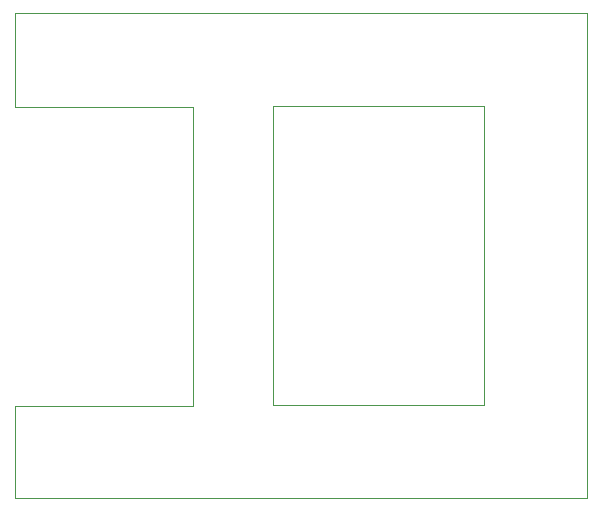
<source format=gbr>
%TF.GenerationSoftware,KiCad,Pcbnew,9.0.6-rc1*%
%TF.CreationDate,2025-10-17T10:46:46+01:00*%
%TF.ProjectId,PIDI-BOX-01-DISPLAY-MOUNTINGFRAME-A1,50494449-2d42-44f5-982d-30312d444953,rev?*%
%TF.SameCoordinates,Original*%
%TF.FileFunction,Profile,NP*%
%FSLAX46Y46*%
G04 Gerber Fmt 4.6, Leading zero omitted, Abs format (unit mm)*
G04 Created by KiCad (PCBNEW 9.0.6-rc1) date 2025-10-17 10:46:46*
%MOMM*%
%LPD*%
G01*
G04 APERTURE LIST*
%TA.AperFunction,Profile*%
%ADD10C,0.100000*%
%TD*%
G04 APERTURE END LIST*
D10*
X96533400Y-81633600D02*
X81457800Y-81635600D01*
X81457800Y-73698200D02*
X129855200Y-73710800D01*
X129855200Y-114783600D02*
X81455200Y-114783600D01*
X103328000Y-81533600D02*
X121182400Y-81533600D01*
X121182400Y-106883600D01*
X103328000Y-106883600D01*
X103328000Y-81533600D01*
X81455200Y-106933600D02*
X96536200Y-106933600D01*
X96535300Y-106933985D02*
X96533400Y-81633600D01*
X129855200Y-73710800D02*
X129855200Y-114783600D01*
X81457800Y-81635600D02*
X81457800Y-73698200D01*
X81455200Y-114783600D02*
X81455200Y-106933600D01*
M02*

</source>
